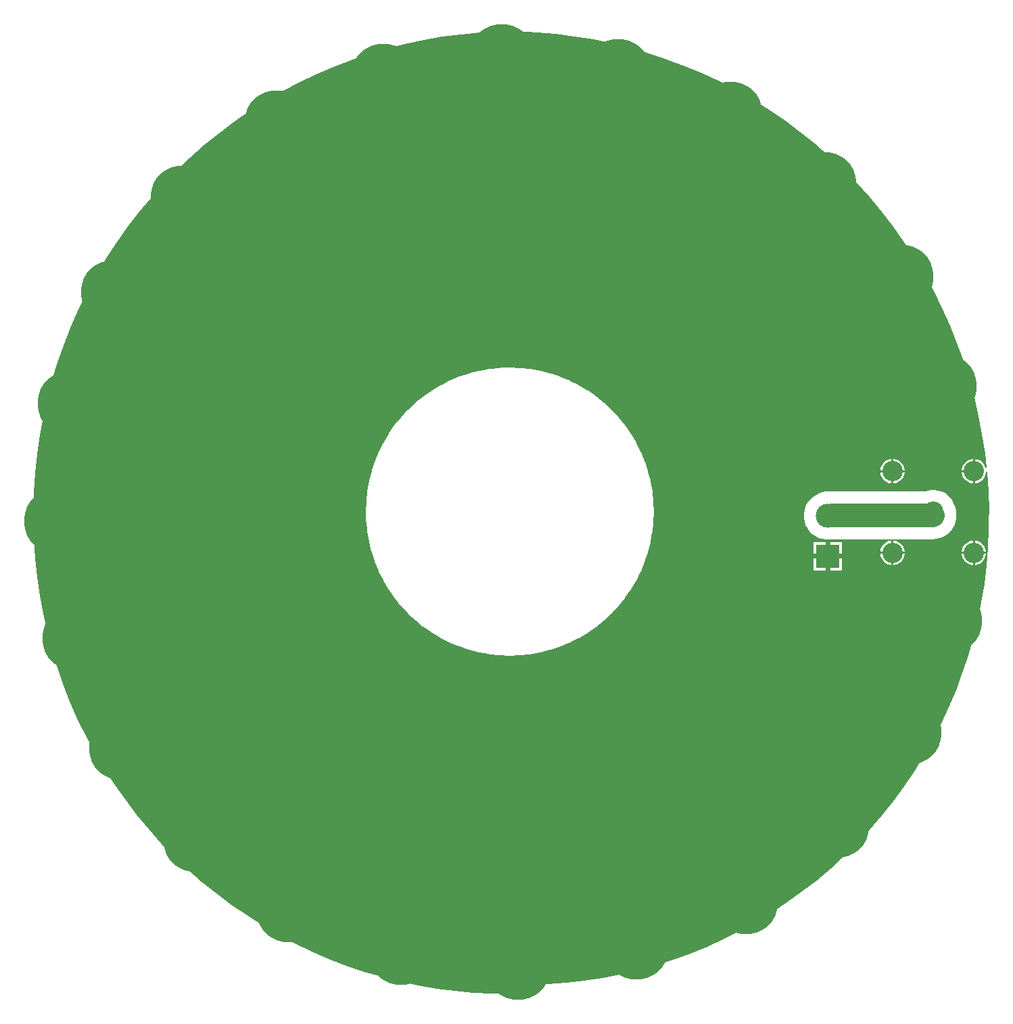
<source format=gbl>
G04*
G04 #@! TF.GenerationSoftware,Altium Limited,Altium Designer,21.0.9 (235)*
G04*
G04 Layer_Physical_Order=2*
G04 Layer_Color=16711680*
%FSLAX44Y44*%
%MOMM*%
G71*
G04*
G04 #@! TF.SameCoordinates,EB6AEE9D-F0A7-4C1E-96F7-12A61246D342*
G04*
G04*
G04 #@! TF.FilePolarity,Positive*
G04*
G01*
G75*
%ADD10C,3.0000*%
%ADD15C,8.0000*%
%ADD16C,3.0000*%
%ADD17R,3.0000X3.0000*%
%ADD18C,2.5500*%
G36*
X10170Y601241D02*
X33969Y600114D01*
X57705Y598054D01*
X81343Y595063D01*
X104845Y591147D01*
X128174Y586311D01*
X151297Y580563D01*
X174175Y573912D01*
X196775Y566367D01*
X219061Y557941D01*
X240999Y548646D01*
X262556Y538498D01*
X283697Y527511D01*
X304391Y515702D01*
X324605Y503090D01*
X344308Y489694D01*
X363470Y475535D01*
X382062Y460635D01*
X400054Y445016D01*
X417419Y428703D01*
X434131Y411721D01*
X450162Y394095D01*
X465490Y375854D01*
X480089Y357025D01*
X493938Y337638D01*
X507015Y317721D01*
X519300Y297307D01*
X530775Y276426D01*
X541420Y255111D01*
X551221Y233394D01*
X560161Y211309D01*
X568228Y188890D01*
X575408Y166172D01*
X581690Y143190D01*
X587066Y119978D01*
X591526Y96573D01*
X595064Y73012D01*
X596999Y55451D01*
X595743Y55257D01*
X595702Y55460D01*
X594550Y58243D01*
X592877Y60747D01*
X590747Y62877D01*
X588242Y64550D01*
X585460Y65702D01*
X582506Y66290D01*
X582270D01*
Y51000D01*
Y35710D01*
X582506D01*
X585460Y36298D01*
X588242Y37450D01*
X590747Y39123D01*
X592877Y41253D01*
X594550Y43758D01*
X595702Y46540D01*
X596290Y49494D01*
Y50292D01*
X597560Y50361D01*
X597674Y49329D01*
X599352Y25563D01*
X600096Y1749D01*
X600000Y-10164D01*
X600000Y-10164D01*
X599945Y-21634D01*
X598935Y-44552D01*
X597026Y-67413D01*
X594221Y-90182D01*
X590525Y-112822D01*
X585942Y-135300D01*
X580481Y-157581D01*
X574148Y-179631D01*
X566955Y-201414D01*
X558913Y-222899D01*
X550033Y-244051D01*
X540330Y-264838D01*
X529818Y-285228D01*
X518513Y-305190D01*
X506433Y-324692D01*
X493598Y-343706D01*
X480025Y-362201D01*
X465737Y-380148D01*
X450756Y-397521D01*
X435103Y-414292D01*
X418805Y-430436D01*
X401885Y-445928D01*
X384370Y-460743D01*
X366287Y-474859D01*
X347664Y-488255D01*
X328529Y-500909D01*
X308912Y-512802D01*
X288844Y-523915D01*
X268354Y-534232D01*
X247475Y-543737D01*
X226239Y-552415D01*
X204679Y-560252D01*
X182828Y-567237D01*
X160720Y-573359D01*
X138388Y-578608D01*
X115867Y-582976D01*
X93192Y-586457D01*
X70398Y-589044D01*
X47520Y-590735D01*
X24593Y-591527D01*
X13123Y-591472D01*
X13123Y-602734D01*
X1449Y-603026D01*
X-21904Y-602693D01*
X-45225Y-601443D01*
X-68480Y-599279D01*
X-91631Y-596203D01*
X-114644Y-592221D01*
X-137483Y-587338D01*
X-160113Y-581563D01*
X-182498Y-574903D01*
X-204605Y-567370D01*
X-226399Y-558974D01*
X-247847Y-549730D01*
X-268915Y-539650D01*
X-289571Y-528752D01*
X-309783Y-517050D01*
X-329520Y-504564D01*
X-348752Y-491313D01*
X-367449Y-477317D01*
X-385582Y-462598D01*
X-403123Y-447178D01*
X-420045Y-431082D01*
X-436322Y-414333D01*
X-451929Y-396959D01*
X-466842Y-378985D01*
X-481038Y-360439D01*
X-494495Y-341351D01*
X-507192Y-321749D01*
X-519109Y-301663D01*
X-530229Y-281125D01*
X-540534Y-260167D01*
X-550008Y-238820D01*
X-558637Y-217117D01*
X-566407Y-195093D01*
X-573307Y-172780D01*
X-579325Y-150214D01*
X-584452Y-127428D01*
X-588681Y-104459D01*
X-592005Y-81342D01*
X-594419Y-58112D01*
X-595919Y-34806D01*
X-596211Y-23132D01*
X-596394Y-10164D01*
X-596394Y-10164D01*
X-596394Y-10164D01*
X-596559Y1679D01*
X-595960Y25359D01*
X-594432Y48998D01*
X-591977Y72559D01*
X-588598Y96005D01*
X-584302Y119300D01*
X-579094Y142409D01*
X-572984Y165295D01*
X-565979Y187924D01*
X-558091Y210260D01*
X-549333Y232269D01*
X-539717Y253918D01*
X-529259Y275173D01*
X-517974Y296000D01*
X-505881Y316369D01*
X-492997Y336246D01*
X-479342Y355603D01*
X-464938Y374409D01*
X-449807Y392635D01*
X-433972Y410252D01*
X-417458Y427234D01*
X-400289Y443555D01*
X-382493Y459190D01*
X-364097Y474113D01*
X-345130Y488303D01*
X-325620Y501737D01*
X-305597Y514395D01*
X-285093Y526257D01*
X-264139Y537305D01*
X-242767Y547522D01*
X-221011Y556892D01*
X-198904Y565400D01*
X-176479Y573034D01*
X-153773Y579782D01*
X-130818Y585633D01*
X-107652Y590578D01*
X-84310Y594610D01*
X-60827Y597723D01*
X-37240Y599911D01*
X-13586Y601171D01*
X-1743Y601337D01*
X10170Y601241D01*
D02*
G37*
%LPC*%
G36*
X480506Y66290D02*
X480270D01*
Y52270D01*
X494290D01*
Y52506D01*
X493702Y55460D01*
X492550Y58243D01*
X490877Y60747D01*
X488747Y62877D01*
X486242Y64550D01*
X483460Y65702D01*
X480506Y66290D01*
D02*
G37*
G36*
X579730D02*
X579494D01*
X576540Y65702D01*
X573758Y64550D01*
X571253Y62877D01*
X569123Y60747D01*
X567450Y58243D01*
X566298Y55460D01*
X565710Y52506D01*
Y52270D01*
X579730D01*
Y66290D01*
D02*
G37*
G36*
X477730D02*
X477494D01*
X474540Y65702D01*
X471758Y64550D01*
X469253Y62877D01*
X467123Y60747D01*
X465450Y58243D01*
X464298Y55460D01*
X463710Y52506D01*
Y52270D01*
X477730D01*
Y66290D01*
D02*
G37*
G36*
X579730Y49730D02*
X565710D01*
Y49494D01*
X566298Y46540D01*
X567450Y43758D01*
X569123Y41253D01*
X571253Y39123D01*
X573758Y37450D01*
X576540Y36298D01*
X579494Y35710D01*
X579730D01*
Y49730D01*
D02*
G37*
G36*
X494290D02*
X480270D01*
Y35710D01*
X480506D01*
X483460Y36298D01*
X486242Y37450D01*
X488747Y39123D01*
X490877Y41253D01*
X492550Y43758D01*
X493702Y46540D01*
X494290Y49494D01*
Y49730D01*
D02*
G37*
G36*
X477730D02*
X463710D01*
Y49494D01*
X464298Y46540D01*
X465450Y43758D01*
X467123Y41253D01*
X469253Y39123D01*
X471758Y37450D01*
X474540Y36298D01*
X477494Y35710D01*
X477730D01*
Y49730D01*
D02*
G37*
G36*
X532184Y27750D02*
X527816D01*
X523502Y27067D01*
X520504Y26093D01*
X402825D01*
X398117Y25722D01*
X396775Y25400D01*
X395889D01*
X391225Y24661D01*
X386734Y23202D01*
X382527Y21058D01*
X378706Y18283D01*
X375367Y14944D01*
X372592Y11123D01*
X370448Y6916D01*
X368989Y2425D01*
X368250Y-2239D01*
Y-6961D01*
X368989Y-11625D01*
X370448Y-16116D01*
X372592Y-20323D01*
X375367Y-24144D01*
X378706Y-27483D01*
X382527Y-30258D01*
X386734Y-32402D01*
X391225Y-33861D01*
X395889Y-34600D01*
X400611D01*
X403813Y-34093D01*
X529175D01*
X533882Y-33722D01*
X538474Y-32620D01*
X542837Y-30813D01*
X546863Y-28345D01*
X550454Y-25279D01*
X553521Y-21688D01*
X555988Y-17662D01*
X557795Y-13299D01*
X558897Y-8708D01*
X559268Y-4000D01*
X558897Y707D01*
X557795Y5299D01*
X556224Y9092D01*
X555717Y10652D01*
X553734Y14544D01*
X551166Y18078D01*
X548078Y21167D01*
X544544Y23734D01*
X540652Y25717D01*
X536498Y27067D01*
X532184Y27750D01*
D02*
G37*
G36*
X582506Y-35710D02*
X582270D01*
Y-49730D01*
X596290D01*
Y-49494D01*
X595702Y-46540D01*
X594550Y-43758D01*
X592877Y-41253D01*
X590747Y-39123D01*
X588242Y-37450D01*
X585460Y-36298D01*
X582506Y-35710D01*
D02*
G37*
G36*
X480506D02*
X480270D01*
Y-49730D01*
X494290D01*
Y-49494D01*
X493702Y-46540D01*
X492550Y-43758D01*
X490877Y-41253D01*
X488747Y-39123D01*
X486242Y-37450D01*
X483460Y-36298D01*
X480506Y-35710D01*
D02*
G37*
G36*
X579730D02*
X579494D01*
X576540Y-36298D01*
X573758Y-37450D01*
X571253Y-39123D01*
X569123Y-41253D01*
X567450Y-43758D01*
X566298Y-46540D01*
X565710Y-49494D01*
Y-49730D01*
X579730D01*
Y-35710D01*
D02*
G37*
G36*
X477730D02*
X477494D01*
X474540Y-36298D01*
X471758Y-37450D01*
X469253Y-39123D01*
X467123Y-41253D01*
X465450Y-43758D01*
X464298Y-46540D01*
X463710Y-49494D01*
Y-49730D01*
X477730D01*
Y-35710D01*
D02*
G37*
G36*
X415790Y-37860D02*
X401250D01*
Y-52400D01*
X415790D01*
Y-37860D01*
D02*
G37*
G36*
X395250D02*
X380710D01*
Y-52400D01*
X395250D01*
Y-37860D01*
D02*
G37*
G36*
X596290Y-52270D02*
X582270D01*
Y-66290D01*
X582506D01*
X585460Y-65702D01*
X588242Y-64550D01*
X590747Y-62877D01*
X592877Y-60747D01*
X594550Y-58243D01*
X595702Y-55460D01*
X596290Y-52506D01*
Y-52270D01*
D02*
G37*
G36*
X579730D02*
X565710D01*
Y-52506D01*
X566298Y-55460D01*
X567450Y-58243D01*
X569123Y-60747D01*
X571253Y-62877D01*
X573758Y-64550D01*
X576540Y-65702D01*
X579494Y-66290D01*
X579730D01*
Y-52270D01*
D02*
G37*
G36*
X494290D02*
X480270D01*
Y-66290D01*
X480506D01*
X483460Y-65702D01*
X486242Y-64550D01*
X488747Y-62877D01*
X490877Y-60747D01*
X492550Y-58243D01*
X493702Y-55460D01*
X494290Y-52506D01*
Y-52270D01*
D02*
G37*
G36*
X477730D02*
X463710D01*
Y-52506D01*
X464298Y-55460D01*
X465450Y-58243D01*
X467123Y-60747D01*
X469253Y-62877D01*
X471758Y-64550D01*
X474540Y-65702D01*
X477494Y-66290D01*
X477730D01*
Y-52270D01*
D02*
G37*
G36*
X415790Y-58400D02*
X401250D01*
Y-72940D01*
X415790D01*
Y-58400D01*
D02*
G37*
G36*
X395250D02*
X380710D01*
Y-72940D01*
X395250D01*
Y-58400D01*
D02*
G37*
G36*
X-143Y180781D02*
X-11929Y180383D01*
X-12463Y180312D01*
X-13002Y180308D01*
X-24729Y179070D01*
X-25257Y178961D01*
X-25795Y178919D01*
X-37404Y176848D01*
X-37923Y176702D01*
X-38456Y176621D01*
X-49888Y173727D01*
X-50395Y173544D01*
X-50921Y173426D01*
X-62117Y169723D01*
X-62610Y169505D01*
X-63126Y169349D01*
X-74030Y164858D01*
X-74506Y164605D01*
X-75010Y164413D01*
X-85565Y159155D01*
X-86022Y158868D01*
X-86510Y158641D01*
X-96664Y152643D01*
X-97099Y152325D01*
X-97570Y152063D01*
X-107270Y145356D01*
X-107681Y145008D01*
X-108133Y144713D01*
X-117330Y137332D01*
X-117715Y136955D01*
X-118144Y136629D01*
X-126791Y128610D01*
X-127148Y128206D01*
X-127553Y127850D01*
X-135605Y119235D01*
X-135933Y118807D01*
X-136312Y118423D01*
X-143729Y109255D01*
X-144025Y108805D01*
X-144375Y108395D01*
X-151120Y98722D01*
X-151383Y98251D01*
X-151703Y97817D01*
X-157740Y87687D01*
X-157970Y87199D01*
X-158258Y86744D01*
X-163557Y76209D01*
X-163751Y75706D01*
X-164006Y75231D01*
X-168540Y64345D01*
X-168697Y63829D01*
X-168918Y63337D01*
X-172664Y52155D01*
X-172784Y51630D01*
X-172969Y51124D01*
X-175908Y39703D01*
X-175990Y39170D01*
X-176138Y38652D01*
X-178255Y27051D01*
X-178299Y26514D01*
X-178410Y25986D01*
X-179693Y14263D01*
X-179699Y13725D01*
X-179772Y13190D01*
X-180216Y1406D01*
X-180183Y868D01*
X-180218Y330D01*
X-179820Y-11456D01*
X-179749Y-11990D01*
X-179745Y-12529D01*
X-178508Y-24257D01*
X-178399Y-24785D01*
X-178357Y-25322D01*
X-176285Y-36931D01*
X-176139Y-37450D01*
X-176059Y-37983D01*
X-173165Y-49415D01*
X-172982Y-49922D01*
X-172863Y-50448D01*
X-169161Y-61645D01*
X-168943Y-62137D01*
X-168787Y-62653D01*
X-164295Y-73557D01*
X-164042Y-74033D01*
X-163850Y-74537D01*
X-158592Y-85092D01*
X-158306Y-85549D01*
X-158078Y-86038D01*
X-152081Y-96191D01*
X-151762Y-96626D01*
X-151501Y-97098D01*
X-144794Y-106797D01*
X-144445Y-107208D01*
X-144151Y-107660D01*
X-136769Y-116857D01*
X-136392Y-117242D01*
X-136066Y-117671D01*
X-128047Y-126318D01*
X-127644Y-126675D01*
X-127288Y-127080D01*
X-118673Y-135133D01*
X-118244Y-135460D01*
X-117861Y-135839D01*
X-108693Y-143256D01*
X-108243Y-143552D01*
X-107833Y-143903D01*
X-98159Y-150647D01*
X-97689Y-150911D01*
X-97255Y-151230D01*
X-87125Y-157268D01*
X-86637Y-157497D01*
X-86181Y-157785D01*
X-75647Y-163084D01*
X-75144Y-163278D01*
X-74669Y-163533D01*
X-63782Y-168067D01*
X-63267Y-168225D01*
X-62775Y-168445D01*
X-51593Y-172191D01*
X-51068Y-172311D01*
X-50561Y-172496D01*
X-39141Y-175435D01*
X-38608Y-175517D01*
X-38090Y-175666D01*
X-26488Y-177782D01*
X-25951Y-177826D01*
X-25424Y-177937D01*
X-13701Y-179221D01*
X-13162Y-179226D01*
X-12628Y-179299D01*
X-844Y-179743D01*
X-306Y-179711D01*
X232Y-179745D01*
X12018Y-179347D01*
X12553Y-179276D01*
X13092Y-179273D01*
X24819Y-178035D01*
X25347Y-177926D01*
X25884Y-177884D01*
X37494Y-175813D01*
X38013Y-175666D01*
X38546Y-175586D01*
X49978Y-172692D01*
X50485Y-172509D01*
X51011Y-172391D01*
X62207Y-168688D01*
X62700Y-168470D01*
X63216Y-168314D01*
X74120Y-163822D01*
X74595Y-163569D01*
X75099Y-163377D01*
X85655Y-158119D01*
X86111Y-157833D01*
X86600Y-157605D01*
X96754Y-151608D01*
X97189Y-151290D01*
X97660Y-151028D01*
X107360Y-144321D01*
X107771Y-143973D01*
X108222Y-143678D01*
X117419Y-136296D01*
X117804Y-135919D01*
X118234Y-135593D01*
X126880Y-127574D01*
X127238Y-127171D01*
X127642Y-126815D01*
X135695Y-118200D01*
X136023Y-117772D01*
X136401Y-117388D01*
X143819Y-108220D01*
X144115Y-107770D01*
X144465Y-107360D01*
X151210Y-97686D01*
X151473Y-97216D01*
X151793Y-96782D01*
X157830Y-86652D01*
X158059Y-86164D01*
X158348Y-85709D01*
X163647Y-75174D01*
X163841Y-74671D01*
X164096Y-74196D01*
X168630Y-63309D01*
X168787Y-62794D01*
X169008Y-62302D01*
X172754Y-51120D01*
X172874Y-50595D01*
X173059Y-50088D01*
X175997Y-38668D01*
X176080Y-38135D01*
X176228Y-37617D01*
X178344Y-26016D01*
X178389Y-25478D01*
X178500Y-24951D01*
X179783Y-13228D01*
X179789Y-12689D01*
X179862Y-12155D01*
X180306Y-371D01*
X180273Y167D01*
X180308Y705D01*
X179910Y12491D01*
X179839Y13025D01*
X179835Y13564D01*
X178597Y25292D01*
X178488Y25820D01*
X178446Y26357D01*
X176375Y37967D01*
X176229Y38486D01*
X176148Y39018D01*
X173254Y50451D01*
X173071Y50957D01*
X172953Y51483D01*
X169251Y62680D01*
X169032Y63173D01*
X168877Y63689D01*
X164385Y74592D01*
X164132Y75068D01*
X163940Y75572D01*
X158682Y86128D01*
X158395Y86584D01*
X158168Y87073D01*
X152170Y97227D01*
X151852Y97662D01*
X151590Y98133D01*
X144883Y107833D01*
X144535Y108244D01*
X144240Y108695D01*
X136859Y117892D01*
X136482Y118277D01*
X136156Y118707D01*
X128137Y127353D01*
X127733Y127711D01*
X127377Y128115D01*
X118762Y136168D01*
X118334Y136496D01*
X117950Y136874D01*
X108782Y144291D01*
X108332Y144588D01*
X107922Y144938D01*
X98249Y151682D01*
X97778Y151946D01*
X97345Y152266D01*
X87214Y158303D01*
X86727Y158532D01*
X86271Y158820D01*
X75736Y164120D01*
X75233Y164314D01*
X74758Y164569D01*
X63872Y169103D01*
X63356Y169260D01*
X62865Y169480D01*
X51683Y173226D01*
X51157Y173347D01*
X50651Y173532D01*
X39230Y176470D01*
X38698Y176553D01*
X38179Y176701D01*
X26578Y178817D01*
X26041Y178862D01*
X25513Y178972D01*
X13791Y180256D01*
X13252Y180262D01*
X12718Y180335D01*
X933Y180779D01*
X395Y180746D01*
X-143Y180781D01*
D02*
G37*
%LPD*%
D10*
X402825Y-4000D02*
X529175D01*
D15*
X410158Y-392070D02*
D03*
X158489Y-545138D02*
D03*
X-135911Y-551661D02*
D03*
X-393533Y-409797D02*
D03*
X-545421Y-157728D02*
D03*
X-550637Y135574D02*
D03*
X-409797Y393533D02*
D03*
X-158129Y545708D02*
D03*
X135911Y551661D02*
D03*
X393533Y409798D02*
D03*
X544199Y157287D02*
D03*
X551661Y-135911D02*
D03*
X276340Y498634D02*
D03*
X490594Y294361D02*
D03*
X500594Y-275639D02*
D03*
X295620Y-487933D02*
D03*
X10000Y-570000D02*
D03*
X-276340Y-498634D02*
D03*
X-486675Y-295161D02*
D03*
X-568040Y-11501D02*
D03*
X-496675Y274839D02*
D03*
X-291700Y487134D02*
D03*
X-10000Y570000D02*
D03*
D16*
X398250Y-4600D02*
D03*
D17*
Y-55400D02*
D03*
D18*
X581000Y-51000D02*
D03*
Y51000D02*
D03*
X479000D02*
D03*
Y-51000D02*
D03*
X530000Y0D02*
D03*
M02*

</source>
